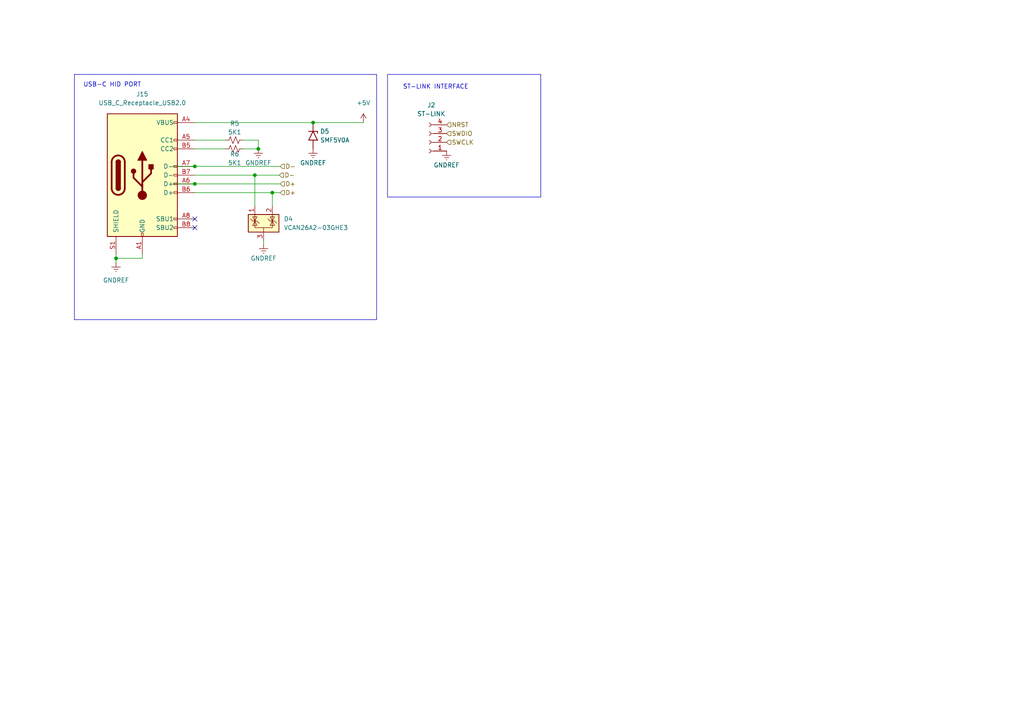
<source format=kicad_sch>
(kicad_sch (version 20250114) (generator "eeschema") (generator_version "9.0")
  (paper "A4")
  (title_block (title "CAE32 pedals") (date "2025-07-05") (rev "2") (comment 1 "Desing by: janc18") (comment 2 "Version 2.1"))
  (lib_symbols
    (symbol "Connector:Conn_01x04_Socket" (pin_names (offset 1.016) (hide yes))
      (property "Reference" "J" (at 0 5.08 0))
      (property "Value" "Conn_01x04_Socket" (at 0 -7.62 0))
      (symbol "Conn_01x04_Socket_1_1"
        (polyline (pts (xy -1.27 2.54) (xy -0.508 2.54)) (stroke (width 0.1524)))
        (polyline (pts (xy -1.27 0) (xy -0.508 0)) (stroke (width 0.1524)))
        (polyline (pts (xy -1.27 -2.54) (xy -0.508 -2.54)) (stroke (width 0.1524)))
        (polyline (pts (xy -1.27 -5.08) (xy -0.508 -5.08)) (stroke (width 0.1524)))
        (arc (start 0 2.032) (mid -0.5058 2.54) (end 0 3.048) (stroke (width 0.1524)))
        (arc (start 0 -0.508) (mid -0.5058 0) (end 0 0.508) (stroke (width 0.1524)))
        (arc (start 0 -3.048) (mid -0.5058 -2.54) (end 0 -2.032) (stroke (width 0.1524)))
        (arc (start 0 -5.588) (mid -0.5058 -5.08) (end 0 -4.572) (stroke (width 0.1524)))
        (pin passive line (at -5.08 2.54 0) (length 3.81) (name "Pin_1") (number "1"))
        (pin passive line (at -5.08 0 0) (length 3.81) (name "Pin_2") (number "2"))
        (pin passive line (at -5.08 -2.54 0) (length 3.81) (name "Pin_3") (number "3"))
        (pin passive line (at -5.08 -5.08 0) (length 3.81) (name "Pin_4") (number "4"))
      )
    )
    (symbol "Connector:USB_C_Receptacle_USB2.0" (pin_names (offset 1.016))
      (property "Reference" "J" (at -10.16 19.05 0))
      (property "Value" "USB_C_Receptacle_USB2.0" (at 19.05 19.05 0))
      (symbol "USB_C_Receptacle_USB2.0_0_0"
        (rectangle (start -0.254 -17.78) (end 0.254 -16.764))
        (rectangle (start 10.16 15.494) (end 9.144 14.986))
        (rectangle (start 10.16 10.414) (end 9.144 9.906))
        (rectangle (start 10.16 7.874) (end 9.144 7.366))
        (rectangle (start 10.16 2.794) (end 9.144 2.286))
        (rectangle (start 10.16 0.254) (end 9.144 -0.254))
        (rectangle (start 10.16 -2.286) (end 9.144 -2.794))
        (rectangle (start 10.16 -4.826) (end 9.144 -5.334))
        (rectangle (start 10.16 -12.446) (end 9.144 -12.954))
        (rectangle (start 10.16 -14.986) (end 9.144 -15.494))
      )
      (symbol "USB_C_Receptacle_USB2.0_0_1"
        (rectangle (start -10.16 17.78) (end 10.16 -17.78) (stroke (width 0.254)) (fill (type background)))
        (polyline (pts (xy -8.89 -3.81) (xy -8.89 3.81)) (stroke (width 0.508)))
        (rectangle (start -7.62 -3.81) (end -6.35 3.81) (stroke (width 0.254)) (fill (type outline)))
        (arc (start -7.62 3.81) (mid -6.985 4.4423) (end -6.35 3.81) (stroke (width 0.254)))
        (arc (start -7.62 3.81) (mid -6.985 4.4423) (end -6.35 3.81) (stroke (width 0.254)) (fill (type outline)))
        (arc (start -8.89 3.81) (mid -6.985 5.7067) (end -5.08 3.81) (stroke (width 0.508)))
        (arc (start -5.08 -3.81) (mid -6.985 -5.7067) (end -8.89 -3.81) (stroke (width 0.508)))
        (arc (start -6.35 -3.81) (mid -6.985 -4.4423) (end -7.62 -3.81) (stroke (width 0.254)))
        (arc (start -6.35 -3.81) (mid -6.985 -4.4423) (end -7.62 -3.81) (stroke (width 0.254)) (fill (type outline)))
        (polyline (pts (xy -5.08 3.81) (xy -5.08 -3.81)) (stroke (width 0.508)))
        (circle (center -2.54 1.143) (radius 0.635) (stroke (width 0.254)) (fill (type outline)))
        (polyline (pts (xy -1.27 4.318) (xy 0 6.858) (xy 1.27 4.318) (xy -1.27 4.318)) (stroke (width 0.254)) (fill (type outline)))
        (polyline (pts (xy 0 -2.032) (xy 2.54 0.508) (xy 2.54 1.778)) (stroke (width 0.508)))
        (polyline (pts (xy 0 -3.302) (xy -2.54 -0.762) (xy -2.54 0.508)) (stroke (width 0.508)))
        (polyline (pts (xy 0 -5.842) (xy 0 4.318)) (stroke (width 0.508)))
        (circle (center 0 -5.842) (radius 1.27) (fill (type outline)))
        (rectangle (start 1.905 1.778) (end 3.175 3.048) (stroke (width 0.254)) (fill (type outline)))
      )
      (symbol "USB_C_Receptacle_USB2.0_1_1"
        (pin passive line (at -7.62 -22.86 90) (length 5.08) (name "SHIELD") (number "S1"))
        (pin passive line (at 0 -22.86 90) (length 5.08) (name "GND") (number "A1"))
        (pin passive line (at 0 -22.86 90) (length 5.08) (hide yes) (name "GND") (number "A12"))
        (pin passive line (at 0 -22.86 90) (length 5.08) (hide yes) (name "GND") (number "B1"))
        (pin passive line (at 0 -22.86 90) (length 5.08) (hide yes) (name "GND") (number "B12"))
        (pin passive line (at 15.24 15.24 180) (length 5.08) (name "VBUS") (number "A4"))
        (pin passive line (at 15.24 15.24 180) (length 5.08) (hide yes) (name "VBUS") (number "A9"))
        (pin passive line (at 15.24 15.24 180) (length 5.08) (hide yes) (name "VBUS") (number "B4"))
        (pin passive line (at 15.24 15.24 180) (length 5.08) (hide yes) (name "VBUS") (number "B9"))
        (pin bidirectional line (at 15.24 10.16 180) (length 5.08) (name "CC1") (number "A5"))
        (pin bidirectional line (at 15.24 7.62 180) (length 5.08) (name "CC2") (number "B5"))
        (pin bidirectional line (at 15.24 2.54 180) (length 5.08) (name "D-") (number "A7"))
        (pin bidirectional line (at 15.24 0 180) (length 5.08) (name "D-") (number "B7"))
        (pin bidirectional line (at 15.24 -2.54 180) (length 5.08) (name "D+") (number "A6"))
        (pin bidirectional line (at 15.24 -5.08 180) (length 5.08) (name "D+") (number "B6"))
        (pin bidirectional line (at 15.24 -12.7 180) (length 5.08) (name "SBU1") (number "A8"))
        (pin bidirectional line (at 15.24 -15.24 180) (length 5.08) (name "SBU2") (number "B8"))
      )
    )
    (symbol "Device:R_Small_US" (pin_numbers (hide yes)) (pin_names (offset 0.254) (hide yes))
      (property "Reference" "R" (at 0.762 0.508 0))
      (property "Value" "R_Small_US" (at 0.762 -1.016 0))
      (symbol "R_Small_US_1_1"
        (polyline (pts (xy 0 1.524) (xy 1.016 1.143) (xy 0 0.762) (xy -1.016 0.381) (xy 0 0)))
        (polyline (pts (xy 0 0) (xy 1.016 -0.381) (xy 0 -0.762) (xy -1.016 -1.143) (xy 0 -1.524)))
        (pin passive line (at 0 2.54 270) (length 1.016) (name "~") (number "1"))
        (pin passive line (at 0 -2.54 90) (length 1.016) (name "~") (number "2"))
      )
    )
    (symbol "Diode:SMF5V0A" (pin_numbers (hide yes)) (pin_names (offset 1.016) (hide yes))
      (property "Reference" "D" (at 0 2.54 0))
      (property "Value" "SMF5V0A" (at 0 -2.54 0))
      (symbol "SMF5V0A_0_1"
        (polyline (pts (xy -0.762 1.27) (xy -1.27 1.27) (xy -1.27 -1.27)) (stroke (width 0.254)))
        (polyline (pts (xy 1.27 1.27) (xy 1.27 -1.27) (xy -1.27 0) (xy 1.27 1.27)) (stroke (width 0.254)))
      )
      (symbol "SMF5V0A_1_1"
        (pin passive line (at -3.81 0 0) (length 2.54) (name "A1") (number "1"))
        (pin passive line (at 3.81 0 180) (length 2.54) (name "A2") (number "2"))
      )
    )
    (symbol "GNDREF_1" (power) (pin_names (offset 0))
      (property "Value" "GNDREF_1" (at 0 -3.81 0))
      (symbol "GNDREF_1_0_1"
        (polyline (pts (xy -0.635 -1.905) (xy 0.635 -1.905)))
        (polyline (pts (xy -0.127 -2.54) (xy 0.127 -2.54)))
        (polyline (pts (xy 0 -1.27) (xy 0 0)))
        (polyline (pts (xy 1.27 -1.27) (xy -1.27 -1.27)))
      )
      (symbol "GNDREF_1_1_1"
        (pin power_in line (at 0 0 270) (length 0) (hide yes) (name "GNDREF") (number "1"))
      )
    )
    (symbol "Power_Protection:NUP2105L" (pin_names (hide yes))
      (property "Reference" "D" (at 5.715 2.54 0))
      (property "Value" "NUP2105L" (at 5.715 0.635 0))
      (symbol "NUP2105L_0_0"
        (pin passive line (at 0 -5.08 90) (length 2.54) (name "A") (number "3"))
      )
      (symbol "NUP2105L_0_1"
        (rectangle (start -4.445 2.54) (end 4.445 -2.54) (stroke (width 0.254)) (fill (type background)))
        (polyline (pts (xy -3.81 1.27) (xy -3.175 0.635) (xy -1.905 0.635) (xy -1.27 0)))
        (polyline (pts (xy -2.54 2.54) (xy -2.54 0.635)))
        (polyline (pts (xy -2.54 0.635) (xy -2.54 -1.27) (xy 2.54 -1.27) (xy 2.54 0.635)))
        (polyline (pts (xy -2.54 0.635) (xy -1.905 -0.635) (xy -3.175 -0.635) (xy -2.54 0.635)))
        (polyline (pts (xy -2.54 0.635) (xy -3.175 1.905) (xy -1.905 1.905) (xy -2.54 0.635) (xy -2.54 1.27)))
        (polyline (pts (xy 0 -1.27) (xy 0 -2.54)))
        (polyline (pts (xy 1.27 1.27) (xy 1.905 0.635) (xy 2.54 0.635) (xy 3.175 0.635) (xy 3.81 0)))
        (polyline (pts (xy 2.54 2.54) (xy 2.54 0.635)))
        (polyline (pts (xy 2.54 0.635) (xy 1.905 -0.635) (xy 3.175 -0.635) (xy 2.54 0.635)))
        (polyline (pts (xy 2.54 0.635) (xy 3.175 1.905) (xy 1.905 1.905) (xy 2.54 0.635)))
      )
      (symbol "NUP2105L_1_1"
        (pin passive line (at -2.54 5.08 270) (length 2.54) (name "K") (number "1"))
        (pin passive line (at 2.54 5.08 270) (length 2.54) (name "K") (number "2"))
      )
    )
    (symbol "power:+5V" (power) (pin_names (offset 0))
      (property "Value" "+5V" (at 0 3.556 0))
      (symbol "+5V_0_1"
        (polyline (pts (xy -0.762 1.27) (xy 0 2.54)))
        (polyline (pts (xy 0 2.54) (xy 0.762 1.27)))
        (polyline (pts (xy 0 0) (xy 0 2.54)))
      )
      (symbol "+5V_1_1"
        (pin power_in line (at 0 0 90) (length 0) (hide yes) (name "+5V") (number "1"))
      )
    )
  )
  (rectangle (start 112.395 21.59) (end 156.845 57.15))
  (text "USB-C HID PORT\n" (at 24.13 25.4 0) (effects (font (size 1.27 1.27)) (justify left bottom)))
  (text "ST-LINK INTERFACE" (at 116.84 26.035 0) (effects (font (size 1.27 1.27)) (justify left bottom)))
  (junction (at 56.515 53.34))
  (junction (at 74.93 43.18))
  (junction (at 90.805 35.56))
  (junction (at 78.994 55.88))
  (junction (at 56.515 48.26))
  (junction (at 33.655 74.93))
  (junction (at 73.914 50.8))
  (no_connect (at 56.515 66.04))
  (no_connect (at 56.515 63.5))
  (wire (pts (xy 70.485 40.64) (xy 74.93 40.64)))
  (wire (pts (xy 74.93 40.64) (xy 74.93 43.18)))
  (polyline (pts (xy 21.59 21.59) (xy 21.59 92.71)))
  (wire (pts (xy 78.994 55.88) (xy 81.28 55.88)))
  (wire (pts (xy 56.515 35.56) (xy 90.805 35.56)))
  (wire (pts (xy 56.515 48.26) (xy 81.28 48.26)))
  (wire (pts (xy 90.805 35.56) (xy 105.41 35.56)))
  (wire (pts (xy 73.914 50.8) (xy 73.914 59.69)))
  (wire (pts (xy 33.655 73.66) (xy 33.655 74.93)))
  (polyline (pts (xy 109.22 21.59) (xy 109.22 92.71)))
  (wire (pts (xy 50.165 53.34) (xy 56.515 53.34)))
  (wire (pts (xy 70.485 43.18) (xy 74.93 43.18)))
  (wire (pts (xy 33.655 74.93) (xy 41.275 74.93)))
  (wire (pts (xy 78.994 55.88) (xy 78.994 59.69)))
  (wire (pts (xy 56.515 40.64) (xy 65.405 40.64)))
  (wire (pts (xy 73.914 50.8) (xy 81.026 50.8)))
  (polyline (pts (xy 21.59 21.59) (xy 109.22 21.59)))
  (polyline (pts (xy 109.22 92.71) (xy 21.59 92.71)))
  (wire (pts (xy 41.275 73.66) (xy 41.275 74.93)))
  (wire (pts (xy 56.515 53.34) (xy 81.28 53.34)))
  (wire (pts (xy 56.515 50.8) (xy 73.914 50.8)))
  (wire (pts (xy 56.515 43.18) (xy 65.405 43.18)))
  (wire (pts (xy 50.165 48.26) (xy 56.515 48.26)))
  (wire (pts (xy 56.515 55.88) (xy 78.994 55.88)))
  (wire (pts (xy 33.655 74.93) (xy 33.655 76.2)))
  (wire (pts (xy 76.454 69.85) (xy 76.454 70.866)))
  (hierarchical_label "NRST" (shape input) (at 129.54 36.195 0))
  (hierarchical_label "D-" (shape input) (at 81.28 48.26 0))
  (hierarchical_label "D-" (shape input) (at 81.026 50.8 0))
  (hierarchical_label "SWCLK" (shape input) (at 129.54 41.275 0))
  (hierarchical_label "SWDIO" (shape input) (at 129.54 38.735 0))
  (hierarchical_label "D+" (shape input) (at 81.28 55.88 0))
  (hierarchical_label "D+" (shape input) (at 81.28 53.34 0))
  (symbol (lib_name "GNDREF_1") (lib_id "power:GNDREF") (at 90.805 43.18 0) (unit 1)
    (property "Reference" "#PWR019" (effects (hide yes)))
    (property "Value" "GNDREF" (at 90.805 47.244 0))
  )
  (symbol (lib_id "Connector:Conn_01x04_Socket") (at 124.46 41.275 180) (unit 1)
    (property "Reference" "J2" (at 125.095 30.48 0))
    (property "Value" "ST-LINK" (at 125.095 33.02 0))
    (property "Footprint" "Connector_PinSocket_2.54mm:PinSocket_1x04_P2.54mm_Vertical" (effects (hide yes)))
    (property "Vendor" " C2718488" (effects (hide yes)))
  )
  (symbol (lib_name "GNDREF_1") (lib_id "power:GNDREF") (at 76.454 70.866 0) (unit 1)
    (property "Reference" "#PWR043" (effects (hide yes)))
    (property "Value" "GNDREF" (at 76.454 74.93 0))
  )
  (symbol (lib_name "GNDREF_1") (lib_id "power:GNDREF") (at 33.655 76.2 0) (unit 1)
    (property "Reference" "#PWR041" (effects (hide yes)))
    (property "Value" "GNDREF" (at 33.655 81.28 0))
  )
  (symbol (lib_id "Connector:USB_C_Receptacle_USB2.0") (at 41.275 50.8 0) (unit 1)
    (property "Reference" "J15" (at 41.275 27.305 0))
    (property "Value" "USB_C_Receptacle_USB2.0" (at 41.275 29.845 0))
    (property "Footprint" "Connector_USB:USB_C_Receptacle_HRO_TYPE-C-31-M-12" (effects (hide yes)))
    (property "Datasheet" "https://www.usb.org/sites/default/files/documents/usb_type-c.zip" (effects (hide yes)))
    (property "Qty" "1" (effects (hide yes)))
    (property "Vendor" "C2765186" (effects (hide yes)))
  )
  (symbol (lib_name "GNDREF_1") (lib_id "power:GNDREF") (at 74.93 43.18 0) (unit 1)
    (property "Reference" "#PWR042" (effects (hide yes)))
    (property "Value" "GNDREF" (at 74.93 47.244 0))
  )
  (symbol (lib_id "Device:R_Small_US") (at 67.945 40.64 90) (unit 1)
    (property "Reference" "R5" (at 68.072 35.814 90))
    (property "Value" "5K1" (at 68.072 38.354 90))
    (property "Footprint" "Resistor_SMD:R_0603_1608Metric" (effects (hide yes)))
    (property "Qty" "2" (effects (hide yes)))
    (property "Vendor" "C23186" (effects (hide yes)))
  )
  (symbol (lib_id "Power_Protection:NUP2105L") (at 76.454 64.77 0) (unit 1)
    (property "Reference" "D4" (at 82.296 63.4999 0) (effects (justify left)))
    (property "Value" "VCAN26A2-03GHE3" (at 82.296 66.0399 0) (effects (justify left)))
    (property "Footprint" "Package_TO_SOT_SMD:SOT-323_SC-70" (effects (hide yes)))
    (property "Datasheet" "https://datasheet.lcsc.com/lcsc/1912111437_Vishay-Intertech-VCAN26A2-03GHE3-08_C413455.pdf" (effects (hide yes)))
    (property "LCSC_PART" "C413455" (effects (hide yes)))
    (property "Item" "C413455" (effects (hide yes)))
    (property "Qty" "1" (effects (hide yes)))
    (property "Vendor" "C413455" (effects (hide yes)))
  )
  (symbol (lib_name "GNDREF_1") (lib_id "power:GNDREF") (at 129.54 43.815 0) (unit 1)
    (property "Reference" "#PWR012" (effects (hide yes)))
    (property "Value" "GNDREF" (at 129.54 47.879 0))
  )
  (symbol (lib_id "Diode:SMF5V0A") (at 90.805 39.37 270) (unit 1)
    (property "Reference" "D5" (at 92.837 38.0999 90) (effects (justify left)))
    (property "Value" "SMF5V0A" (at 92.837 40.6399 90) (effects (justify left)))
    (property "Footprint" "Diode_SMD:D_SOD-123" (effects (hide yes)))
    (property "Datasheet" "https://datasheet.lcsc.com/lcsc/2010262036_FUXINSEMI-SMF5-0A_C908213.pdf" (effects (hide yes)))
    (property "LCSC_PART" "C908213" (effects (hide yes)))
    (property "Item" "C908213" (effects (hide yes)))
    (property "Qty" "1" (effects (hide yes)))
    (property "Vendor" "C908213" (effects (hide yes)))
  )
  (symbol (lib_id "Device:R_Small_US") (at 67.945 43.18 90) (unit 1)
    (property "Reference" "R6" (at 68.072 44.704 90))
    (property "Value" "5K1" (at 68.072 47.244 90))
    (property "Footprint" "Resistor_SMD:R_0603_1608Metric" (effects (hide yes)))
    (property "Qty" "2" (effects (hide yes)))
    (property "Vendor" "C23186" (effects (hide yes)))
  )
  (symbol (lib_id "power:+5V") (at 105.41 35.56 0) (unit 1)
    (property "Reference" "#PWR044" (effects (hide yes)))
    (property "Value" "+5V" (at 105.41 29.845 0))
  )
)
</source>
